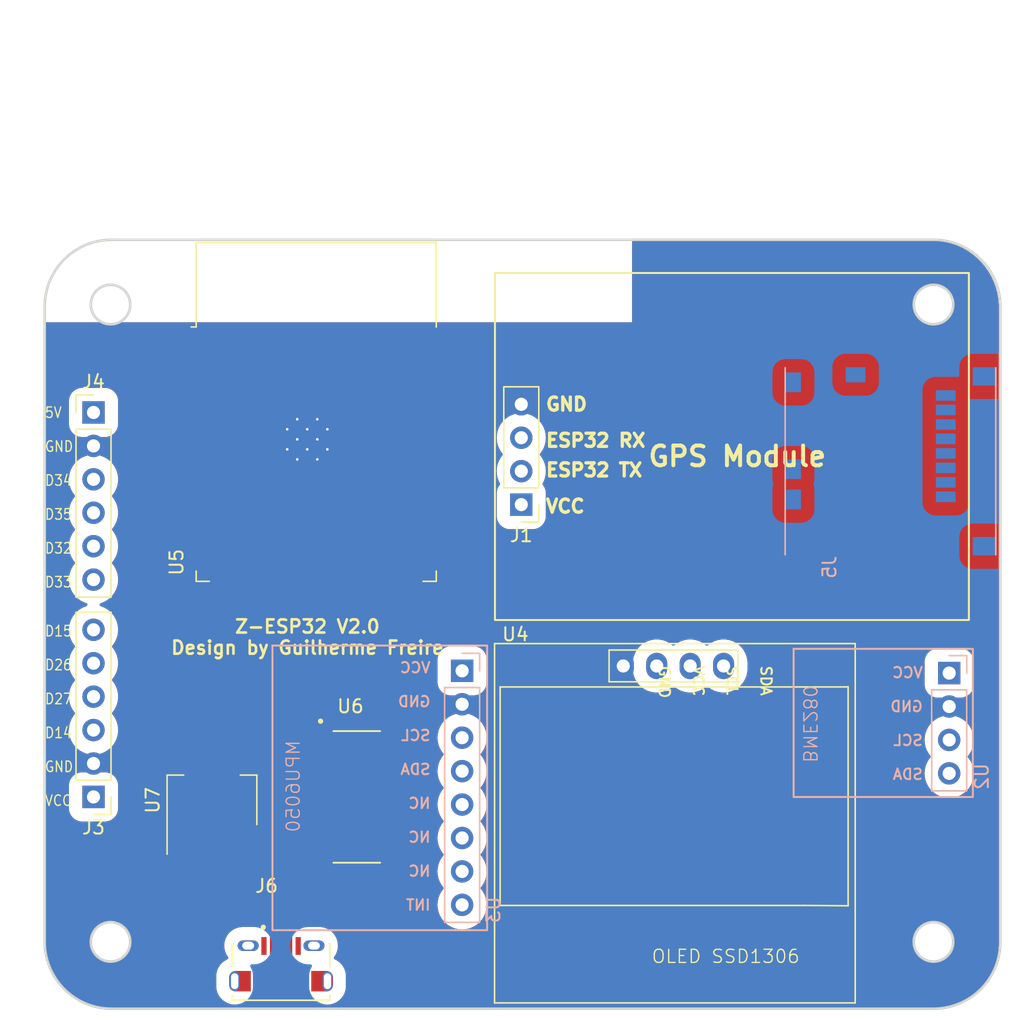
<source format=kicad_pcb>
(kicad_pcb (version 20221018) (generator pcbnew)
  (layers (0 "F.Cu" signal) (31 "B.Cu" signal) (34 "B.Paste" user) (35 "F.Paste" user) (36 "B.SilkS" user "B.Silkscreen") (37 "F.SilkS" user "F.Silkscreen") (38 "B.Mask" user) (39 "F.Mask" user) (44 "Edge.Cuts" user))
  (net 0 "")
  (net 1 "+3.3V")
  (net 2 "Earth")
  (net 3 "/I2C0_SDA")
  (net 4 "/I2C0_SCL")
  (net 5 "/GPIO25")
  (net 6 "/GPIO26")
  (net 7 "/GPIO27")
  (net 8 "/GPIO14")
  (net 13 "/VSPI_CS")
  (net 14 "/VSPI_CLK")
  (net 15 "/VSPI_MISO")
  (net 16 "/VSPI_MOSI")
  (net 17 "/UART2_RX")
  (net 18 "/UART2_TX")
  (net 19 "/GPIO32")
  (net 20 "/GPIO33")
  (net 21 "/GPIO35")
  (net 22 "/GPIO34")
  (net 23 "+5V")
  (net 34 "/UART0_RX")
  (net 35 "/UART0_TX")
  (net 57 "Net-(J6-SHIELD-PadS1)")
  (footprint "RF_Module:ESP32-WROOM-32" (layer "F.Cu") (at 100.42 74.49)
    (fp_text reference "U5" (at -10.61 8.43 90) (layer "F.SilkS"))
    (fp_text value "ESP32-WROOM-32")
    (fp_line (start -9.12 -15.86) (end -9.12 -9.445) (stroke (width 0.12)) (layer "F.SilkS"))
    (fp_line (start -9.12 -15.86) (end 9.12 -15.86) (stroke (width 0.12)) (layer "F.SilkS"))
    (fp_line (start -9.12 -9.445) (end -9.5 -9.445) (stroke (width 0.12)) (layer "F.SilkS"))
    (fp_line (start -9.12 9.1) (end -9.12 9.88) (stroke (width 0.12)) (layer "F.SilkS"))
    (fp_line (start -9.12 9.88) (end -8.12 9.88) (stroke (width 0.12)) (layer "F.SilkS"))
    (fp_line (start 9.12 -15.86) (end 9.12 -9.445) (stroke (width 0.12)) (layer "F.SilkS"))
    (fp_line (start 9.12 9.1) (end 9.12 9.88) (stroke (width 0.12)) (layer "F.SilkS"))
    (fp_line (start 9.12 9.88) (end 8.12 9.88) (stroke (width 0.12)) (layer "F.SilkS"))
    (pad "1" smd rect (at -8.75 -8.25) (size 1.5 0.9) (layers "F.Cu" "F.Paste" "F.Mask") (net 2 "Earth"))
    (pad "2" smd rect (at -8.75 -6.98) (size 1.5 0.9) (layers "F.Cu" "F.Paste" "F.Mask") (net 1 "+3.3V"))
    (pad "3" smd rect (at -8.75 -5.71) (size 1.5 0.9) (layers "F.Cu" "F.Paste" "F.Mask"))
    (pad "4" smd rect (at -8.75 -4.44) (size 1.5 0.9) (layers "F.Cu" "F.Paste" "F.Mask"))
    (pad "5" smd rect (at -8.75 -3.17) (size 1.5 0.9) (layers "F.Cu" "F.Paste" "F.Mask"))
    (pad "6" smd rect (at -8.75 -1.9) (size 1.5 0.9) (layers "F.Cu" "F.Paste" "F.Mask") (net 22 "/GPIO34"))
    (pad "7" smd rect (at -8.75 -0.63) (size 1.5 0.9) (layers "F.Cu" "F.Paste" "F.Mask") (net 21 "/GPIO35"))
    (pad "8" smd rect (at -8.75 0.64) (size 1.5 0.9) (layers "F.Cu" "F.Paste" "F.Mask") (net 19 "/GPIO32"))
    (pad "9" smd rect (at -8.75 1.91) (size 1.5 0.9) (layers "F.Cu" "F.Paste" "F.Mask") (net 20 "/GPIO33"))
    (pad "10" smd rect (at -8.75 3.18) (size 1.5 0.9) (layers "F.Cu" "F.Paste" "F.Mask") (net 5 "/GPIO25"))
    (pad "11" smd rect (at -8.75 4.45) (size 1.5 0.9) (layers "F.Cu" "F.Paste" "F.Mask") (net 6 "/GPIO26"))
    (pad "12" smd rect (at -8.75 5.72) (size 1.5 0.9) (layers "F.Cu" "F.Paste" "F.Mask") (net 7 "/GPIO27"))
    (pad "13" smd rect (at -8.75 6.99) (size 1.5 0.9) (layers "F.Cu" "F.Paste" "F.Mask") (net 8 "/GPIO14"))
    (pad "14" smd rect (at -8.75 8.26) (size 1.5 0.9) (layers "F.Cu" "F.Paste" "F.Mask"))
    (pad "15" smd rect (at -5.71 9.51 90) (size 1.5 0.9) (layers "F.Cu" "F.Paste" "F.Mask") (net 2 "Earth"))
    (pad "16" smd rect (at -4.44 9.51 90) (size 1.5 0.9) (layers "F.Cu" "F.Paste" "F.Mask"))
    (pad "17" smd rect (at -3.17 9.51 90) (size 1.5 0.9) (layers "F.Cu" "F.Paste" "F.Mask"))
    (pad "18" smd rect (at -1.9 9.51 90) (size 1.5 0.9) (layers "F.Cu" "F.Paste" "F.Mask"))
    (pad "19" smd rect (at -0.63 9.51 90) (size 1.5 0.9) (layers "F.Cu" "F.Paste" "F.Mask"))
    (pad "20" smd rect (at 0.64 9.51 90) (size 1.5 0.9) (layers "F.Cu" "F.Paste" "F.Mask"))
    (pad "21" smd rect (at 1.91 9.51 90) (size 1.5 0.9) (layers "F.Cu" "F.Paste" "F.Mask"))
    (pad "22" smd rect (at 3.18 9.51 90) (size 1.5 0.9) (layers "F.Cu" "F.Paste" "F.Mask"))
    (pad "23" smd rect (at 4.45 9.51 90) (size 1.5 0.9) (layers "F.Cu" "F.Paste" "F.Mask"))
    (pad "24" smd rect (at 5.72 9.51 90) (size 1.5 0.9) (layers "F.Cu" "F.Paste" "F.Mask"))
    (pad "25" smd rect (at 8.75 8.26) (size 1.5 0.9) (layers "F.Cu" "F.Paste" "F.Mask"))
    (pad "26" smd rect (at 8.75 6.99) (size 1.5 0.9) (layers "F.Cu" "F.Paste" "F.Mask"))
    (pad "27" smd rect (at 8.75 5.72) (size 1.5 0.9) (layers "F.Cu" "F.Paste" "F.Mask") (net 17 "/UART2_RX"))
    (pad "28" smd rect (at 8.75 4.45) (size 1.5 0.9) (layers "F.Cu" "F.Paste" "F.Mask") (net 18 "/UART2_TX"))
    (pad "29" smd rect (at 8.75 3.18) (size 1.5 0.9) (layers "F.Cu" "F.Paste" "F.Mask") (net 13 "/VSPI_CS"))
    (pad "30" smd rect (at 8.75 1.91) (size 1.5 0.9) (layers "F.Cu" "F.Paste" "F.Mask") (net 14 "/VSPI_CLK"))
    (pad "31" smd rect (at 8.75 0.64) (size 1.5 0.9) (layers "F.Cu" "F.Paste" "F.Mask") (net 15 "/VSPI_MISO"))
    (pad "32" smd rect (at 8.75 -0.63) (size 1.5 0.9) (layers "F.Cu" "F.Paste" "F.Mask"))
    (pad "33" smd rect (at 8.75 -1.9) (size 1.5 0.9) (layers "F.Cu" "F.Paste" "F.Mask") (net 3 "/I2C0_SDA"))
    (pad "34" smd rect (at 8.75 -3.17) (size 1.5 0.9) (layers "F.Cu" "F.Paste" "F.Mask") (net 34 "/UART0_RX"))
    (pad "35" smd rect (at 8.75 -4.44) (size 1.5 0.9) (layers "F.Cu" "F.Paste" "F.Mask") (net 35 "/UART0_TX"))
    (pad "36" smd rect (at 8.75 -5.71) (size 1.5 0.9) (layers "F.Cu" "F.Paste" "F.Mask") (net 4 "/I2C0_SCL"))
    (pad "37" smd rect (at 8.75 -6.98) (size 1.5 0.9) (layers "F.Cu" "F.Paste" "F.Mask") (net 16 "/VSPI_MOSI"))
    (pad "38" smd rect (at 8.75 -8.25) (size 1.5 0.9) (layers "F.Cu" "F.Paste" "F.Mask") (net 2 "Earth"))
    (pad "39" smd rect (at -2.205 -2.435) (size 1.05 1.05) (layers "F.Cu" "F.Paste") (net 2 "Earth"))
    (pad "39" thru_hole circle (at -2.205 -1.6725) (size 0.6 0.6) (drill 0.2) (property pad_prop_heatsink) (layers "*.Cu" "F.Mask") (net 2 "Earth"))
    (pad "39" smd rect (at -2.205 -0.91) (size 1.05 1.05) (layers "F.Cu" "F.Paste") (net 2 "Earth"))
    (pad "39" thru_hole circle (at -2.205 -0.1475) (size 0.6 0.6) (drill 0.2) (property pad_prop_heatsink) (layers "*.Cu" "F.Mask") (net 2 "Earth"))
    (pad "39" smd rect (at -2.205 0.615) (size 1.05 1.05) (layers "F.Cu" "F.Paste") (net 2 "Earth"))
    (pad "39" thru_hole circle (at -1.4425 -2.435) (size 0.6 0.6) (drill 0.2) (property pad_prop_heatsink) (layers "*.Cu" "F.Mask") (net 2 "Earth"))
    (pad "39" thru_hole circle (at -1.4425 -0.91) (size 0.6 0.6) (drill 0.2) (property pad_prop_heatsink) (layers "*.Cu" "F.Mask") (net 2 "Earth"))
    (pad "39" thru_hole circle (at -1.4425 0.615) (size 0.6 0.6) (drill 0.2) (property pad_prop_heatsink) (layers "*.Cu" "F.Mask") (net 2 "Earth"))
    (pad "39" smd rect (at -0.68 -2.435) (size 1.05 1.05) (layers "F.Cu" "F.Paste") (net 2 "Earth"))
    (pad "39" thru_hole circle (at -0.68 -1.6725) (size 0.6 0.6) (drill 0.2) (property pad_prop_heatsink) (layers "*.Cu" "F.Mask") (net 2 "Earth"))
    (pad "39" smd rect (at -0.68 -0.91) (size 1.05 1.05) (layers "F.Cu" "F.Paste") (net 2 "Earth"))
    (pad "39" smd rect (at -0.68 -0.91) (size 4.2 4.2) (layers "F.Cu" "F.Mask") (net 2 "Earth"))
    (pad "39" thru_hole circle (at -0.68 -0.1475) (size 0.6 0.6) (drill 0.2) (property pad_prop_heatsink) (layers "*.Cu" "F.Mask") (net 2 "Earth"))
    (pad "39" smd rect (at -0.68 0.615) (size 1.05 1.05) (layers "F.Cu" "F.Paste") (net 2 "Earth"))
    (pad "39" thru_hole circle (at 0.0825 -2.435) (size 0.6 0.6) (drill 0.2) (property pad_prop_heatsink) (layers "*.Cu" "F.Mask") (net 2 "Earth"))
    (pad "39" thru_hole circle (at 0.0825 -0.91) (size 0.6 0.6) (drill 0.2) (property pad_prop_heatsink) (layers "*.Cu" "F.Mask") (net 2 "Earth"))
    (pad "39" thru_hole circle (at 0.0825 0.615) (size 0.6 0.6) (drill 0.2) (property pad_prop_heatsink) (layers "*.Cu" "F.Mask") (net 2 "Earth"))
    (pad "39" smd rect (at 0.845 -2.435) (size 1.05 1.05) (layers "F.Cu" "F.Paste") (net 2 "Earth"))
    (pad "39" thru_hole circle (at 0.845 -1.6725) (size 0.6 0.6) (drill 0.2) (property pad_prop_heatsink) (layers "*.Cu" "F.Mask") (net 2 "Earth"))
    (pad "39" smd rect (at 0.845 -0.91) (size 1.05 1.05) (layers "F.Cu" "F.Paste") (net 2 "Earth"))
    (pad "39" thru_hole circle (at 0.845 -0.1475) (size 0.6 0.6) (drill 0.2) (property pad_prop_heatsink) (layers "*.Cu" "F.Mask") (net 2 "Earth"))
    (pad "39" smd rect (at 0.845 0.615) (size 1.05 1.05) (layers "F.Cu" "F.Paste") (net 2 "Earth"))
    (zone (net 0) (net_name "") (layers "F.Cu" "In1.Cu" "B.Cu") (connect_pads (clearance 0)) (min_thickness 0.254)
      (keepout (tracks not_allowed) (vias not_allowed) (pads not_allowed) (copperpour not_allowed) (footprints not_allowed))
      (fill (thermal_gap 0.508) (thermal_bridge_width 0.508))
      (polygon (pts (xy 76.42 64.69) (xy 124.42 64.69) (xy 124.42 43.75) (xy 76.42 43.75)))
    )
  )
  (footprint "New_lib:NEO-GPS" (layer "F.Cu") (at 115.999998 78.539996 180)
    (fp_text reference "J1" (at 0 -2.33) (layer "F.SilkS"))
    (fp_text value "NEO-GPS")
    (fp_line (start -1.33 -1.33) (end 0 -1.33) (stroke (width 0.12)) (layer "F.SilkS"))
    (fp_line (start -1.33 0) (end -1.33 -1.33) (stroke (width 0.12)) (layer "F.SilkS"))
    (fp_line (start -1.33 1.27) (end -1.33 8.95) (stroke (width 0.12)) (layer "F.SilkS"))
    (fp_line (start -1.33 1.27) (end 1.33 1.27) (stroke (width 0.12)) (layer "F.SilkS"))
    (fp_line (start -1.33 8.95) (end 1.33 8.95) (stroke (width 0.12)) (layer "F.SilkS"))
    (fp_line (start 1.33 1.27) (end 1.33 8.95) (stroke (width 0.12)) (layer "F.SilkS"))
    (pad "1" thru_hole rect (at 0 0 180) (size 1.7 1.7) (drill 1) (layers "*.Cu" "*.Mask") (net 1 "+3.3V"))
    (pad "2" thru_hole oval (at 0 2.54 180) (size 1.7 1.7) (drill 1) (layers "*.Cu" "*.Mask") (net 18 "/UART2_TX"))
    (pad "3" thru_hole oval (at 0 5.08 180) (size 1.7 1.7) (drill 1) (layers "*.Cu" "*.Mask") (net 17 "/UART2_RX"))
    (pad "4" thru_hole oval (at 0 7.62 180) (size 1.7 1.7) (drill 1) (layers "*.Cu" "*.Mask") (net 2 "Earth"))
  )
  (footprint "New_lib:PinHeader_1x06_P2.54mm_Vertical" (layer "F.Cu") (at 83.5 71.54)
    (fp_text reference "J4" (at 0 -2.33) (layer "F.SilkS"))
    (fp_text value "PIN_HEADER")
    (fp_line (start -1.33 -1.33) (end 0 -1.33) (stroke (width 0.12)) (layer "F.SilkS"))
    (fp_line (start -1.33 0) (end -1.33 -1.33) (stroke (width 0.12)) (layer "F.SilkS"))
    (fp_line (start -1.33 1.27) (end -1.33 14.03) (stroke (width 0.12)) (layer "F.SilkS"))
    (fp_line (start -1.33 1.27) (end 1.33 1.27) (stroke (width 0.12)) (layer "F.SilkS"))
    (fp_line (start -1.33 14.03) (end 1.33 14.03) (stroke (width 0.12)) (layer "F.SilkS"))
    (fp_line (start 1.33 1.27) (end 1.33 14.03) (stroke (width 0.12)) (layer "F.SilkS"))
    (pad "1" thru_hole rect (at 0 0) (size 1.7 1.7) (drill 1) (layers "*.Cu" "*.Mask") (net 23 "+5V"))
    (pad "2" thru_hole oval (at 0 2.54) (size 1.7 1.7) (drill 1) (layers "*.Cu" "*.Mask") (net 2 "Earth"))
    (pad "3" thru_hole oval (at 0 5.08) (size 1.7 1.7) (drill 1) (layers "*.Cu" "*.Mask") (net 22 "/GPIO34"))
    (pad "4" thru_hole oval (at 0 7.62) (size 1.7 1.7) (drill 1) (layers "*.Cu" "*.Mask") (net 21 "/GPIO35"))
    (pad "5" thru_hole oval (at 0 10.16) (size 1.7 1.7) (drill 1) (layers "*.Cu" "*.Mask") (net 19 "/GPIO32"))
    (pad "6" thru_hole oval (at 0 12.7) (size 1.7 1.7) (drill 1) (layers "*.Cu" "*.Mask") (net 20 "/GPIO33"))
  )
  (footprint "New_lib:SOIC127P600X180-16N" (layer "F.Cu") (at 103.5 100.75)
    (fp_text reference "U6" (at -0.48 -6.885) (layer "F.SilkS"))
    (fp_text value "CH340C")
    (fp_line (start -1.775 -5) (end 1.775 -5) (stroke (width 0.127)) (layer "F.SilkS"))
    (fp_line (start -1.775 -5) (end 1.775 -5) (stroke (width 0.127)) (layer "F.SilkS"))
    (fp_line (start -1.775 5) (end 1.775 5) (stroke (width 0.127)) (layer "F.SilkS"))
    (fp_line (start -1.775 5) (end 1.775 5) (stroke (width 0.127)) (layer "F.SilkS"))
    (fp_circle (center -2.75 -5.755) (end -2.65 -5.755) (stroke (width 0.2)) (fill none) (layer "F.SilkS"))
    (pad "1" smd roundrect (at -2.75 -4.445) (size 1.31 0.62) (layers "F.Cu" "F.Paste" "F.Mask") (roundrect_rratio 0.08))
    (pad "2" smd roundrect (at -2.75 -3.175) (size 1.31 0.62) (layers "F.Cu" "F.Paste" "F.Mask") (roundrect_rratio 0.08) (net 35 "/UART0_TX"))
    (pad "3" smd roundrect (at -2.75 -1.905) (size 1.31 0.62) (layers "F.Cu" "F.Paste" "F.Mask") (roundrect_rratio 0.08) (net 34 "/UART0_RX"))
    (pad "4" smd roundrect (at -2.75 -0.635) (size 1.31 0.62) (layers "F.Cu" "F.Paste" "F.Mask") (roundrect_rratio 0.08))
    (pad "5" smd roundrect (at -2.75 0.635) (size 1.31 0.62) (layers "F.Cu" "F.Paste" "F.Mask") (roundrect_rratio 0.08))
    (pad "6" smd roundrect (at -2.75 1.905) (size 1.31 0.62) (layers "F.Cu" "F.Paste" "F.Mask") (roundrect_rratio 0.08))
    (pad "7" smd roundrect (at -2.75 3.175) (size 1.31 0.62) (layers "F.Cu" "F.Paste" "F.Mask") (roundrect_rratio 0.08))
    (pad "8" smd roundrect (at -2.75 4.445) (size 1.31 0.62) (layers "F.Cu" "F.Paste" "F.Mask") (roundrect_rratio 0.08))
    (pad "9" smd roundrect (at 2.75 4.445) (size 1.31 0.62) (layers "F.Cu" "F.Paste" "F.Mask") (roundrect_rratio 0.08))
    (pad "10" smd roundrect (at 2.75 3.175) (size 1.31 0.62) (layers "F.Cu" "F.Paste" "F.Mask") (roundrect_rratio 0.08))
    (pad "11" smd roundrect (at 2.75 1.905) (size 1.31 0.62) (layers "F.Cu" "F.Paste" "F.Mask") (roundrect_rratio 0.08))
    (pad "12" smd roundrect (at 2.75 0.635) (size 1.31 0.62) (layers "F.Cu" "F.Paste" "F.Mask") (roundrect_rratio 0.08))
    (pad "13" smd roundrect (at 2.75 -0.635) (size 1.31 0.62) (layers "F.Cu" "F.Paste" "F.Mask") (roundrect_rratio 0.08))
    (pad "14" smd roundrect (at 2.75 -1.905) (size 1.31 0.62) (layers "F.Cu" "F.Paste" "F.Mask") (roundrect_rratio 0.08))
    (pad "15" smd roundrect (at 2.75 -3.175) (size 1.31 0.62) (layers "F.Cu" "F.Paste" "F.Mask") (roundrect_rratio 0.08))
    (pad "16" smd roundrect (at 2.75 -4.445) (size 1.31 0.62) (layers "F.Cu" "F.Paste" "F.Mask") (roundrect_rratio 0.08) (net 1 "+3.3V"))
  )
  (footprint "Package_TO_SOT_SMD:SOT-223-3_TabPin2" (layer "F.Cu") (at 92.5 101 90)
    (fp_text reference "U7" (at 0 -4.5 90) (layer "F.SilkS"))
    (fp_text value "AMS1117-3.3")
    (fp_line (start -4.1 -3.41) (end 1.91 -3.41) (stroke (width 0.12)) (layer "F.SilkS"))
    (fp_line (start -1.85 3.41) (end 1.91 3.41) (stroke (width 0.12)) (layer "F.SilkS"))
    (fp_line (start 1.91 -3.41) (end 1.91 -2.15) (stroke (width 0.12)) (layer "F.SilkS"))
    (fp_line (start 1.91 3.41) (end 1.91 2.15) (stroke (width 0.12)) (layer "F.SilkS"))
    (pad "1" smd rect (at -3.15 -2.3 90) (size 2 1.5) (layers "F.Cu" "F.Paste" "F.Mask") (net 2 "Earth"))
    (pad "2" smd rect (at -3.15 0 90) (size 2 1.5) (layers "F.Cu" "F.Paste" "F.Mask") (net 1 "+3.3V"))
    (pad "2" smd rect (at 3.15 0 90) (size 2 3.8) (layers "F.Cu" "F.Paste" "F.Mask") (net 1 "+3.3V"))
    (pad "3" smd rect (at -3.15 2.3 90) (size 2 1.5) (layers "F.Cu" "F.Paste" "F.Mask"))
  )
  (footprint "New_lib:128x64OLED" (layer "F.Cu") (at 127.37 101.4)
    (fp_text reference "U4" (at -11.82 -13) (layer "F.SilkS"))
    (fp_text value "SSD1306")
    (fp_line (start -13.4 -12.3) (end 14 -12.3) (stroke (width 0.12)) (layer "F.SilkS"))
    (fp_line (start -13.4 15) (end -13.4 -12.3) (stroke (width 0.12)) (layer "F.SilkS"))
    (fp_line (start -12.978 -9.005) (end 10.122 -9.005) (stroke (width 0.12)) (layer "F.SilkS"))
    (fp_line (start -12.978 7.595) (end -12.978 -9.005) (stroke (width 0.12)) (layer "F.SilkS"))
    (fp_line (start -4.699 -11.811) (end -4.699 -9.398) (stroke (width 0.12)) (layer "F.SilkS"))
    (fp_line (start -4.699 -11.811) (end 5.08 -11.811) (stroke (width 0.12)) (layer "F.SilkS"))
    (fp_line (start 5.08 -11.811) (end 5.08 -9.398) (stroke (width 0.12)) (layer "F.SilkS"))
    (fp_line (start 5.08 -9.398) (end -4.699 -9.398) (stroke (width 0.12)) (layer "F.SilkS"))
    (fp_line (start 10.122 -9.005) (end 13.208 -9.005) (stroke (width 0.12)) (layer "F.SilkS"))
    (fp_line (start 10.122 7.595) (end -12.978 7.595) (stroke (width 0.12)) (layer "F.SilkS"))
    (fp_line (start 10.122 7.595) (end 13.462 7.62) (stroke (width 0.12)) (layer "F.SilkS"))
    (fp_line (start 13.462 -9.017) (end 13.208 -9.005) (stroke (width 0.12)) (layer "F.SilkS"))
    (fp_line (start 13.462 7.62) (end 13.462 -9.017) (stroke (width 0.12)) (layer "F.SilkS"))
    (fp_line (start 14 -12.3) (end 14 15) (stroke (width 0.12)) (layer "F.SilkS"))
    (fp_line (start 14 15) (end -13.4 15) (stroke (width 0.12)) (layer "F.SilkS"))
    (pad "1" thru_hole oval (at -3.62 -10.6 90) (size 2 1.6) (drill 1) (layers "*.Cu" "*.Mask") (net 2 "Earth"))
    (pad "2" thru_hole oval (at -1.08 -10.6 90) (size 2 1.6) (drill 1) (layers "*.Cu" "*.Mask") (net 1 "+3.3V"))
    (pad "3" thru_hole oval (at 1.46 -10.6 90) (size 2 1.6) (drill 1) (layers "*.Cu" "*.Mask") (net 4 "/I2C0_SCL"))
    (pad "4" thru_hole oval (at 4 -10.6 90) (size 2 1.6) (drill 1) (layers "*.Cu" "*.Mask") (net 3 "/I2C0_SDA"))
  )
  (footprint "New_lib:PinHeader_1x06_P2.54mm_Vertical" (layer "F.Cu") (at 83.5 100.75 180)
    (fp_text reference "J3" (at 0 -2.33) (layer "F.SilkS"))
    (fp_text value "PIN_HEADER")
    (fp_line (start -1.33 -1.33) (end 0 -1.33) (stroke (width 0.12)) (layer "F.SilkS"))
    (fp_line (start -1.33 0) (end -1.33 -1.33) (stroke (width 0.12)) (layer "F.SilkS"))
    (fp_line (start -1.33 1.27) (end -1.33 14.03) (stroke (width 0.12)) (layer "F.SilkS"))
    (fp_line (start -1.33 1.27) (end 1.33 1.27) (stroke (width 0.12)) (layer "F.SilkS"))
    (fp_line (start -1.33 14.03) (end 1.33 14.03) (stroke (width 0.12)) (layer "F.SilkS"))
    (fp_line (start 1.33 1.27) (end 1.33 14.03) (stroke (width 0.12)) (layer "F.SilkS"))
    (pad "1" thru_hole rect (at 0 0 180) (size 1.7 1.7) (drill 1) (layers "*.Cu" "*.Mask") (net 1 "+3.3V"))
    (pad "2" thru_hole oval (at 0 2.54 180) (size 1.7 1.7) (drill 1) (layers "*.Cu" "*.Mask") (net 2 "Earth"))
    (pad "3" thru_hole oval (at 0 5.08 180) (size 1.7 1.7) (drill 1) (layers "*.Cu" "*.Mask") (net 8 "/GPIO14"))
    (pad "4" thru_hole oval (at 0 7.62 180) (size 1.7 1.7) (drill 1) (layers "*.Cu" "*.Mask") (net 7 "/GPIO27"))
    (pad "5" thru_hole oval (at 0 10.16 180) (size 1.7 1.7) (drill 1) (layers "*.Cu" "*.Mask") (net 6 "/GPIO26"))
    (pad "6" thru_hole oval (at 0 12.7 180) (size 1.7 1.7) (drill 1) (layers "*.Cu" "*.Mask") (net 5 "/GPIO25"))
  )
  (footprint "New_lib:AMPHENOL_10118194-0001LF" (layer "F.Cu") (at 97.75 114.75)
    (fp_text reference "J6" (at -1.1 -7.235) (layer "F.SilkS"))
    (fp_text value "Micro-usb")
    (fp_poly (pts (xy -2.3 -0.775) (xy -2.3 0.775) (xy -3.445 0.775) (xy -3.471 0.774) (xy -3.497 0.772) (xy -3.523 0.769) (xy -3.549 0.764) (xy -3.574 0.758) (xy -3.6 0.751) (xy -3.624 0.742) (xy -3.648 0.732) (xy -3.672 0.721) (xy -3.695 0.708) (xy -3.717 0.694) (xy -3.739 0.68) (xy -3.76 0.664) (xy -3.78 0.647) (xy -3.799 0.629) (xy -3.817 0.61) (xy -3.834 0.59) (xy -3.85 0.569) (xy -3.864 0.547) (xy -3.878 0.525) (xy -3.891 0.502) (xy -3.902 0.478) (xy -3.912 0.454) (xy -3.921 0.43) (xy -3.928 0.404) (xy -3.934 0.379) (xy -3.939 0.353) (xy -3.942 0.327) (xy -3.944 0.301) (xy -3.945 0.275) (xy -3.945 -0.275) (xy -3.944 -0.301) (xy -3.942 -0.327) (xy -3.939 -0.353) (xy -3.934 -0.379) (xy -3.928 -0.404) (xy -3.921 -0.43) (xy -3.912 -0.454) (xy -3.902 -0.478) (xy -3.891 -0.502) (xy -3.878 -0.525) (xy -3.864 -0.547) (xy -3.85 -0.569) (xy -3.834 -0.59) (xy -3.817 -0.61) (xy -3.799 -0.629) (xy -3.78 -0.647) (xy -3.76 -0.664) (xy -3.739 -0.68) (xy -3.717 -0.694) (xy -3.695 -0.708) (xy -3.672 -0.721) (xy -3.648 -0.732) (xy -3.624 -0.742) (xy -3.6 -0.751) (xy -3.574 -0.758) (xy -3.549 -0.764) (xy -3.523 -0.769) (xy -3.497 -0.772) (xy -3.471 -0.774) (xy -3.445 -0.775) (xy -2.3 -0.775)) (stroke (width 0.01)) (fill solid) (layer "F.Cu"))
    (fp_poly (pts (xy 2.3 -0.775) (xy 2.3 0.775) (xy 3.445 0.775) (xy 3.471 0.774) (xy 3.497 0.772) (xy 3.523 0.769) (xy 3.549 0.764) (xy 3.574 0.758) (xy 3.6 0.751) (xy 3.624 0.742) (xy 3.648 0.732) (xy 3.672 0.721) (xy 3.695 0.708) (xy 3.717 0.694) (xy 3.739 0.68) (xy 3.76 0.664) (xy 3.78 0.647) (xy 3.799 0.629) (xy 3.817 0.61) (xy 3.834 0.59) (xy 3.85 0.569) (xy 3.864 0.547) (xy 3.878 0.525) (xy 3.891 0.502) (xy 3.902 0.478) (xy 3.912 0.454) (xy 3.921 0.43) (xy 3.928 0.404) (xy 3.934 0.379) (xy 3.939 0.353) (xy 3.942 0.327) (xy 3.944 0.301) (xy 3.945 0.275) (xy 3.945 -0.275) (xy 3.944 -0.301) (xy 3.942 -0.327) (xy 3.939 -0.353) (xy 3.934 -0.379) (xy 3.928 -0.404) (xy 3.921 -0.43) (xy 3.912 -0.454) (xy 3.902 -0.478) (xy 3.891 -0.502) (xy 3.878 -0.525) (xy 3.864 -0.547) (xy 3.85 -0.569) (xy 3.834 -0.59) (xy 3.817 -0.61) (xy 3.799 -0.629) (xy 3.78 -0.647) (xy 3.76 -0.664) (xy 3.739 -0.68) (xy 3.717 -0.694) (xy 3.695 -0.708) (xy 3.672 -0.721) (xy 3.648 -0.732) (xy 3.624 -0.742) (xy 3.6 -0.751) (xy 3.574 -0.758) (xy 3.549 -0.764) (xy 3.523 -0.769) (xy 3.497 -0.772) (xy 3.471 -0.774) (xy 3.445 -0.775) (xy 2.3 -0.775)) (stroke (width 0.01)) (fill solid) (layer "F.Cu"))
    (fp_line (start -3.7 -2.85) (end -3.7 -1.095) (stroke (width 0.127)) (layer "F.SilkS"))
    (fp_line (start -3.7 -2.85) (end -3.62 -2.85) (stroke (width 0.127)) (layer "F.SilkS"))
    (fp_line (start -3.7 1.45) (end -3.7 1.095) (stroke (width 0.127)) (layer "F.SilkS"))
    (fp_line (start -3.7 1.45) (end 3.7 1.45) (stroke (width 0.127)) (layer "F.SilkS"))
    (fp_line (start 3.62 -2.85) (end 3.7 -2.85) (stroke (width 0.127)) (layer "F.SilkS"))
    (fp_line (start 3.7 -1.095) (end 3.7 -2.85) (stroke (width 0.127)) (layer "F.SilkS"))
    (fp_line (start 3.7 1.45) (end 3.7 1.095) (stroke (width 0.127)) (layer "F.SilkS"))
    (fp_circle (center -1.35 -4.1) (end -1.25 -4.1) (stroke (width 0.2)) (fill none) (layer "F.SilkS"))
    (pad "1" smd rect (at -1.3 -2.675) (size 0.4 1.35) (layers "F.Cu" "F.Paste" "F.Mask"))
    (pad "2" smd rect (at -0.65 -2.675) (size 0.4 1.35) (layers "F.Cu" "F.Paste" "F.Mask"))
    (pad "3" smd rect (at 0 -2.675) (size 0.4 1.35) (layers "F.Cu" "F.Paste" "F.Mask"))
    (pad "4" smd rect (at 0.65 -2.675) (size 0.4 1.35) (layers "F.Cu" "F.Paste" "F.Mask"))
    (pad "5" smd rect (at 1.3 -2.675) (size 0.4 1.35) (layers "F.Cu" "F.Paste" "F.Mask"))
    (pad "S1" thru_hole oval (at -2.5 -2.7) (size 1.6 0.8) (drill oval 0.9 0.6) (layers "*.Cu" "*.Mask") (net 57 "Net-(J6-SHIELD-PadS1)"))
    (pad "S2" thru_hole oval (at 2.5 -2.7) (size 1.6 0.8) (drill oval 0.9 0.6) (layers "*.Cu" "*.Mask") (net 57 "Net-(J6-SHIELD-PadS1)"))
    (pad "S3" thru_hole oval (at -3.525 0) (size 0.75 1.5) (drill oval 0.55 1.2) (layers "*.Cu" "*.Mask") (net 57 "Net-(J6-SHIELD-PadS1)"))
    (pad "S4" smd rect (at -1 0) (size 1.5 1.55) (layers "F.Cu" "F.Paste" "F.Mask") (net 57 "Net-(J6-SHIELD-PadS1)"))
    (pad "S5" smd rect (at 1 0) (size 1.5 1.55) (layers "F.Cu" "F.Paste" "F.Mask") (net 57 "Net-(J6-SHIELD-PadS1)"))
    (pad "S6" thru_hole oval (at 3.525 0) (size 0.75 1.5) (drill oval 0.55 1.2) (layers "*.Cu" "*.Mask") (net 57 "Net-(J6-SHIELD-PadS1)"))
  )
  (footprint "New_lib:PinHeader_1x04_P2.54mm_Vertical" (layer "B.Cu") (at 148.511445 91.34 180)
    (fp_text reference "U2" (at -2.48 -7.86 90) (layer "B.SilkS") (effects (justify mirror)))
    (fp_text value "BME280")
    (fp_line (start -1.33 -8.95) (end 1.33 -8.95) (stroke (width 0.12)) (layer "B.SilkS"))
    (fp_line (start -1.33 -1.27) (end -1.33 -8.95) (stroke (width 0.12)) (layer "B.SilkS"))
    (fp_line (start -1.33 -1.27) (end 1.33 -1.27) (stroke (width 0.12)) (layer "B.SilkS"))
    (fp_line (start -1.33 0) (end -1.33 1.33) (stroke (width 0.12)) (layer "B.SilkS"))
    (fp_line (start -1.33 1.33) (end 0 1.33) (stroke (width 0.12)) (layer "B.SilkS"))
    (fp_line (start 1.33 -1.27) (end 1.33 -8.95) (stroke (width 0.12)) (layer "B.SilkS"))
    (pad "1" thru_hole rect (at 0 0 180) (size 1.7 1.7) (drill 1) (layers "*.Cu" "*.Mask") (net 1 "+3.3V"))
    (pad "2" thru_hole oval (at 0 -2.54 180) (size 1.7 1.7) (drill 1) (layers "*.Cu" "*.Mask") (net 2 "Earth"))
    (pad "3" thru_hole oval (at 0 -5.08 180) (size 1.7 1.7) (drill 1) (layers "*.Cu" "*.Mask") (net 4 "/I2C0_SCL"))
    (pad "4" thru_hole oval (at 0 -7.62 180) (size 1.7 1.7) (drill 1) (layers "*.Cu" "*.Mask") (net 3 "/I2C0_SDA"))
  )
  (footprint "New_lib:MOLEX_502570-0893" (layer "B.Cu") (at 144.05 75.25 90)
    (fp_text reference "J5" (at -8.045685 -4.631145 90) (layer "B.SilkS") (effects (font (size 1.001331 1.001331)) (justify mirror)))
    (fp_text value "502570-0893")
    (fp_line (start -7.1 -8) (end 7.1 -8) (stroke (width 0.127)) (layer "B.SilkS"))
    (fp_line (start -7.1 8) (end 7.1 8) (stroke (width 0.127)) (layer "B.SilkS"))
    (pad "1" smd rect (at -2.7 4.2 90) (size 0.8 1.5) (layers "B.Cu" "B.Paste" "B.Mask"))
    (pad "2" smd rect (at -1.6 4.2 90) (size 0.8 1.5) (layers "B.Cu" "B.Paste" "B.Mask"))
    (pad "3" smd rect (at -0.5 4.2 90) (size 0.8 1.5) (layers "B.Cu" "B.Paste" "B.Mask"))
    (pad "4" smd rect (at 0.6 4.2 90) (size 0.8 1.5) (layers "B.Cu" "B.Paste" "B.Mask"))
    (pad "5" smd rect (at 1.7 4.2 90) (size 0.8 1.5) (layers "B.Cu" "B.Paste" "B.Mask"))
    (pad "6" smd rect (at 2.8 4.2 90) (size 0.8 1.5) (layers "B.Cu" "B.Paste" "B.Mask"))
    (pad "7" smd rect (at 3.9 4.2 90) (size 0.8 1.5) (layers "B.Cu" "B.Paste" "B.Mask"))
    (pad "8" smd rect (at 5 4.2 90) (size 0.8 1.5) (layers "B.Cu" "B.Paste" "B.Mask"))
    (pad "DL" smd rect (at 6.575 -2.65 90) (size 1.15 1.5) (layers "B.Cu" "B.Paste" "B.Mask"))
    (pad "DS" smd rect (at -0.6 -7.375 90) (size 1.5 1.15) (layers "B.Cu" "B.Paste" "B.Mask"))
    (pad "SM1" smd rect (at -6.45 7.1 90) (size 1.4 1.7) (layers "B.Cu" "B.Paste" "B.Mask"))
    (pad "SM2" smd rect (at 6.45 7.1 90) (size 1.4 1.7) (layers "B.Cu" "B.Paste" "B.Mask"))
    (pad "SM3" smd rect (at -2.9 -7.375 90) (size 1.5 1.15) (layers "B.Cu" "B.Paste" "B.Mask"))
    (pad "SM4" smd rect (at 6 -7.375 90) (size 1.5 1.15) (layers "B.Cu" "B.Paste" "B.Mask"))
  )
  (footprint "New_lib:PinHeader_1x08_P2.54mm_Vertical" (layer "B.Cu") (at 111.505 91.17 180)
    (fp_text reference "U3" (at -2.38 -18.16 90) (layer "B.SilkS") (effects (justify mirror)))
    (fp_text value "MPU6050")
    (fp_line (start -1.33 -19.11) (end 1.33 -19.11) (stroke (width 0.12)) (layer "B.SilkS"))
    (fp_line (start -1.33 -1.27) (end -1.33 -19.11) (stroke (width 0.12)) (layer "B.SilkS"))
    (fp_line (start -1.33 -1.27) (end 1.33 -1.27) (stroke (width 0.12)) (layer "B.SilkS"))
    (fp_line (start -1.33 0) (end -1.33 1.33) (stroke (width 0.12)) (layer "B.SilkS"))
    (fp_line (start -1.33 1.33) (end 0 1.33) (stroke (width 0.12)) (layer "B.SilkS"))
    (fp_line (start 1.33 -1.27) (end 1.33 -19.11) (stroke (width 0.12)) (layer "B.SilkS"))
    (pad "1" thru_hole rect (at 0 0 180) (size 1.7 1.7) (drill 1) (layers "*.Cu" "*.Mask") (net 1 "+3.3V"))
    (pad "2" thru_hole oval (at 0 -2.54 180) (size 1.7 1.7) (drill 1) (layers "*.Cu" "*.Mask") (net 2 "Earth"))
    (pad "3" thru_hole oval (at 0 -5.08 180) (size 1.7 1.7) (drill 1) (layers "*.Cu" "*.Mask") (net 4 "/I2C0_SCL"))
    (pad "4" thru_hole oval (at 0 -7.62 180) (size 1.7 1.7) (drill 1) (layers "*.Cu" "*.Mask") (net 3 "/I2C0_SDA"))
    (pad "5" thru_hole oval (at 0 -10.16 180) (size 1.7 1.7) (drill 1) (layers "*.Cu" "*.Mask"))
    (pad "6" thru_hole oval (at 0 -12.7 180) (size 1.7 1.7) (drill 1) (layers "*.Cu" "*.Mask"))
    (pad "7" thru_hole oval (at 0 -15.24 180) (size 1.7 1.7) (drill 1) (layers "*.Cu" "*.Mask"))
    (pad "8" thru_hole oval (at 0 -17.78 180) (size 1.7 1.7) (drill 1) (layers "*.Cu" "*.Mask"))
  )
  (gr_rect (start 113.405 110.875) (end 97.095 89.25) (stroke (width 0.15)) (fill none) (layer "B.SilkS"))
  (gr_rect (start 136.691445 89.5) (end 150.308554 100.757109) (stroke (width 0.15)) (fill none) (layer "B.SilkS"))
  (gr_rect (start 113.999998 60.941442) (end 150.007107 87.308551) (stroke (width 0.15)) (fill none) (layer "F.SilkS"))
  (gr_circle (center 84.792102 111.76) (end 86.292102 111.76) (stroke (width 0.2)) (fill none) (layer "Edge.Cuts"))
  (gr_arc (start 84.872102 116.84) (mid 81.28 115.352102) (end 79.792102 111.76) (stroke (width 0.2)) (layer "Edge.Cuts"))
  (gr_line (start 147.32 58.42) (end 84.872102 58.42) (stroke (width 0.2)) (layer "Edge.Cuts"))
  (gr_line (start 84.872102 116.84) (end 147.32 116.84) (stroke (width 0.2)) (layer "Edge.Cuts"))
  (gr_circle (center 84.792102 63.34) (end 86.292102 63.34) (stroke (width 0.2)) (fill none) (layer "Edge.Cuts"))
  (gr_arc (start 152.4 111.76) (mid 150.912102 115.352102) (end 147.32 116.84) (stroke (width 0.2)) (layer "Edge.Cuts"))
  (gr_line (start 79.792102 63.5) (end 79.792102 111.76) (stroke (width 0.2)) (layer "Edge.Cuts"))
  (gr_circle (center 147.32 111.76) (end 148.82 111.76) (stroke (width 0.2)) (fill none) (layer "Edge.Cuts"))
  (gr_arc (start 79.792102 63.5) (mid 81.28 59.907898) (end 84.872102 58.42) (stroke (width 0.2)) (layer "Edge.Cuts"))
  (gr_circle (center 147.32 63.34) (end 148.82 63.34) (stroke (width 0.2)) (fill none) (layer "Edge.Cuts"))
  (gr_arc (start 147.32 58.42) (mid 150.912102 59.907898) (end 152.4 63.5) (stroke (width 0.2)) (layer "Edge.Cuts"))
  (gr_line (start 152.4 111.76) (end 152.4 63.5) (stroke (width 0.2)) (layer "Edge.Cuts"))
  (gr_text "VCC\n\nGND\n\nSCL\n\nSDA" (at 146.591445 99.5) (layer "B.SilkS") (effects (font (size 0.8 0.8)) (justify left bottom mirror)))
  (gr_text "BME280" (at 137.341445 98.225 -90) (layer "B.SilkS") (effects (font (size 1 1) (thickness 0.1)) (justify left bottom mirror)))
  (gr_text "MPU6050\n" (at 99.255 96.375 90) (layer "B.SilkS") (effects (font (size 1 1) (thickness 0.1)) (justify left bottom mirror)))
  (gr_text "VCC\n\nGND\n\nSCL\n\nSDA\n\nNC\n\nNC\n\nNC\n\nINT" (at 109.185 109.43) (layer "B.SilkS") (effects (font (size 0.8 0.8)) (justify left bottom mirror)))
  (gr_text "OLED SSD1306" (at 125.85 113.45) (layer "F.SilkS") (effects (font (size 1 1) (thickness 0.1)) (justify left bottom)))
  (gr_text "GND" (at 117.749998 71.499996) (layer "F.SilkS") (effects (font (size 1 1) (thickness 0.25) bold) (justify left bottom)))
  (gr_text "Z-ESP32 V2.0\nDesign by Guilherme Freire" (at 99.75 90) (layer "F.SilkS") (effects (font (size 1 1) (thickness 0.2) bold) (justify bottom)))
  (gr_text "D15\n\nD26\n\nD27\n\nD14\n\nGND\n\nVCC" (at 79.75 101.5) (layer "F.SilkS") (effects (font (size 0.8 0.7) (thickness 0.1)) (justify left bottom)))
  (gr_text "5V\n\nGND\n\nD34\n\nD35\n\nD32\n\nD33" (at 79.75 84.9) (layer "F.SilkS") (effects (font (size 0.8 0.7) (thickness 0.1)) (justify left bottom)))
  (gr_text "ESP32 TX" (at 117.749998 76.499996) (layer "F.SilkS") (effects (font (size 1 1) (thickness 0.25) bold) (justify left bottom)))
  (gr_text "VCC" (at 117.749998 79.249996) (layer "F.SilkS") (effects (font (size 1 1) (thickness 0.25) bold) (justify left bottom)))
  (gr_text "ESP32 RX" (at 117.749998 74.249996) (layer "F.SilkS") (effects (font (size 1 1) (thickness 0.25) bold) (justify left bottom)))
  (gr_text "SDA\n\nSCL\n\nVCC\n\nGND" (at 126.4 90.7 270) (layer "F.SilkS") (effects (font (size 0.8 0.8)) (justify left bottom)))
  (gr_text "GPS Module" (at 125.499998 75.749996) (layer "F.SilkS") (effects (font (size 1.5 1.5) (thickness 0.3) bold) (justify left bottom)))
  (zone (net 2) (net_name "Earth") (layers "F&B.Cu") (connect_pads yes (clearance 0)) (min_thickness 0.25) (fill yes (thermal_gap 0.5) (thermal_bridge_width 0.5))
    (polygon (pts (arc (start 147.2 116.9) (mid 150.792102 115.412102) (end 152.28 111.82)) (arc (start 152.28 63.56) (mid 150.792102 59.967898) (end 147.2 58.48)) (arc (start 84.752102 58.48) (mid 81.16 59.967898) (end 79.672102 63.56)) (arc (start 79.672102 111.82) (mid 81.16 115.412102) (end 84.752102 116.9))))
  )
)
</source>
